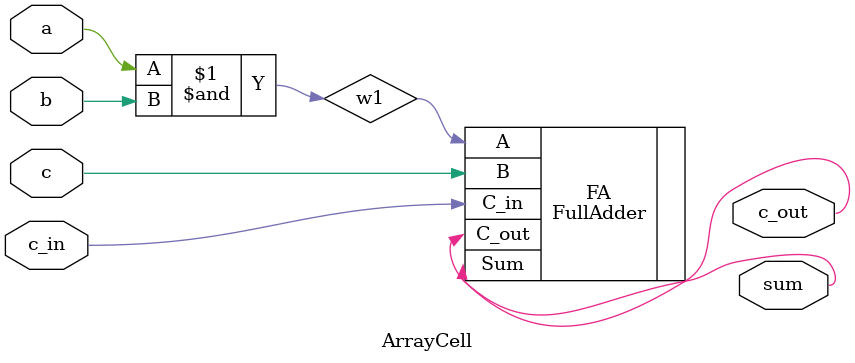
<source format=v>
module ArrayCell(
	input a,
	input b,
	input c,
	input c_in,
	
	output c_out,
	output sum
);
	wire w1;

	and(w1, a, b);
	
	FullAdder FA(
		.A(w1),
		.B(c),
		.C_in(c_in),
		.Sum(sum),
		.C_out(c_out)
	);

endmodule

</source>
